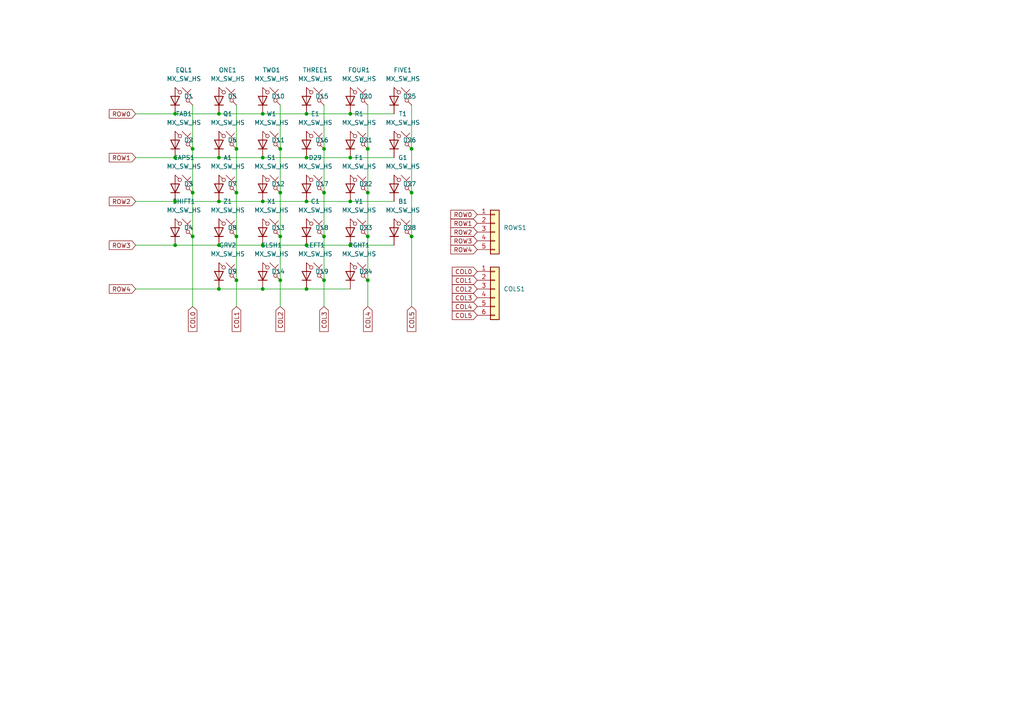
<source format=kicad_sch>
(kicad_sch (version 20231120) (generator "eeschema") (generator_version "8.0")
  (paper "A4")
  (lib_symbols
    (symbol "Connector_Generic:Conn_01x05" (pin_names (offset 1.016) hide)
      (property "Reference" "J" (at 0 7.62 0))
      (property "Value" "Conn_01x05" (at 0 -7.62 0))
      (symbol "Conn_01x05_1_1"
        (rectangle (start -1.27 -4.953) (end 0 -5.207) (stroke (width 0.1524)))
        (rectangle (start -1.27 -2.413) (end 0 -2.667) (stroke (width 0.1524)))
        (rectangle (start -1.27 0.127) (end 0 -0.127) (stroke (width 0.1524)))
        (rectangle (start -1.27 2.667) (end 0 2.413) (stroke (width 0.1524)))
        (rectangle (start -1.27 5.207) (end 0 4.953) (stroke (width 0.1524)))
        (rectangle (start -1.27 6.35) (end 1.27 -6.35) (stroke (width 0.254)) (fill (type background)))
        (pin passive line (at -5.08 5.08 0) (length 3.81) (name "Pin_1") (number "1"))
        (pin passive line (at -5.08 2.54 0) (length 3.81) (name "Pin_2") (number "2"))
        (pin passive line (at -5.08 0 0) (length 3.81) (name "Pin_3") (number "3"))
        (pin passive line (at -5.08 -2.54 0) (length 3.81) (name "Pin_4") (number "4"))
        (pin passive line (at -5.08 -5.08 0) (length 3.81) (name "Pin_5") (number "5"))
      )
    )
    (symbol "Connector_Generic:Conn_01x06" (pin_names (offset 1.016) hide)
      (property "Reference" "J" (at 0 7.62 0))
      (property "Value" "Conn_01x06" (at 0 -10.16 0))
      (symbol "Conn_01x06_1_1"
        (rectangle (start -1.27 -7.493) (end 0 -7.747) (stroke (width 0.1524)))
        (rectangle (start -1.27 -4.953) (end 0 -5.207) (stroke (width 0.1524)))
        (rectangle (start -1.27 -2.413) (end 0 -2.667) (stroke (width 0.1524)))
        (rectangle (start -1.27 0.127) (end 0 -0.127) (stroke (width 0.1524)))
        (rectangle (start -1.27 2.667) (end 0 2.413) (stroke (width 0.1524)))
        (rectangle (start -1.27 5.207) (end 0 4.953) (stroke (width 0.1524)))
        (rectangle (start -1.27 6.35) (end 1.27 -8.89) (stroke (width 0.254)) (fill (type background)))
        (pin passive line (at -5.08 5.08 0) (length 3.81) (name "Pin_1") (number "1"))
        (pin passive line (at -5.08 2.54 0) (length 3.81) (name "Pin_2") (number "2"))
        (pin passive line (at -5.08 0 0) (length 3.81) (name "Pin_3") (number "3"))
        (pin passive line (at -5.08 -2.54 0) (length 3.81) (name "Pin_4") (number "4"))
        (pin passive line (at -5.08 -5.08 0) (length 3.81) (name "Pin_5") (number "5"))
        (pin passive line (at -5.08 -7.62 0) (length 3.81) (name "Pin_6") (number "6"))
      )
    )
    (symbol "Diode:1N4148" (pin_numbers hide) (pin_names hide)
      (property "Reference" "D" (at 0 2.54 0))
      (property "Value" "1N4148" (at 0 -2.54 0))
      (symbol "1N4148_0_1"
        (polyline (pts (xy -1.27 1.27) (xy -1.27 -1.27)) (stroke (width 0.254)))
        (polyline (pts (xy 1.27 0) (xy -1.27 0)))
        (polyline (pts (xy 1.27 1.27) (xy 1.27 -1.27) (xy -1.27 0) (xy 1.27 1.27)) (stroke (width 0.254)))
      )
      (symbol "1N4148_1_1"
        (pin passive line (at -3.81 0 0) (length 2.54) (name "K") (number "1"))
        (pin passive line (at 3.81 0 180) (length 2.54) (name "A") (number "2"))
      )
    )
    (symbol "PCM_marbastlib-mx:MX_SW_HS_KS-2P02B01-01" (pin_numbers hide) (pin_names (offset 1.016) hide)
      (property "Reference" "MX" (at 3.048 1.016 0))
      (property "Value" "MX_SW_HS" (at 0 -3.81 0))
      (symbol "MX_SW_HS_KS-2P02B01-01_0_1"
        (circle (center -1.1684 1.1684) (radius 0.508))
        (polyline (pts (xy -0.508 2.54) (xy 2.54 -0.508)))
        (polyline (pts (xy 1.016 1.016) (xy 2.032 2.032)))
        (polyline (pts (xy -2.54 2.54) (xy -1.524 1.524) (xy -1.524 1.524)))
        (polyline (pts (xy 1.524 -1.524) (xy 2.54 -2.54) (xy 2.54 -2.54) (xy 2.54 -2.54)))
        (circle (center 1.143 -1.1938) (radius 0.508))
        (pin passive line (at -2.54 2.54 0) (length 0) (name "1") (number "1"))
        (pin passive line (at 2.54 -2.54 180) (length 0) (name "2") (number "2"))
      )
    )
  )
  (junction (at 93.98 55.88))
  (junction (at 76.2 45.72))
  (junction (at 63.5 58.42))
  (junction (at 81.28 55.88))
  (junction (at 63.5 83.82))
  (junction (at 63.5 71.12))
  (junction (at 76.2 83.82))
  (junction (at 101.6 33.02))
  (junction (at 106.68 55.88))
  (junction (at 68.58 43.18))
  (junction (at 81.28 81.28))
  (junction (at 93.98 43.18))
  (junction (at 55.88 68.58))
  (junction (at 93.98 68.58))
  (junction (at 50.8 33.02))
  (junction (at 63.5 45.72))
  (junction (at 81.28 68.58))
  (junction (at 55.88 43.18))
  (junction (at 88.9 45.72))
  (junction (at 76.2 71.12))
  (junction (at 68.58 68.58))
  (junction (at 63.5 33.02))
  (junction (at 50.8 58.42))
  (junction (at 93.98 81.28))
  (junction (at 68.58 81.28))
  (junction (at 119.38 55.88))
  (junction (at 76.2 33.02))
  (junction (at 101.6 71.12))
  (junction (at 88.9 71.12))
  (junction (at 101.6 45.72))
  (junction (at 88.9 83.82))
  (junction (at 55.88 55.88))
  (junction (at 88.9 58.42))
  (junction (at 106.68 43.18))
  (junction (at 101.6 58.42))
  (junction (at 81.28 43.18))
  (junction (at 106.68 68.58))
  (junction (at 106.68 81.28))
  (junction (at 50.8 45.72))
  (junction (at 68.58 55.88))
  (junction (at 88.9 33.02))
  (junction (at 50.8 71.12))
  (junction (at 119.38 68.58))
  (junction (at 76.2 58.42))
  (junction (at 119.38 43.18))
  (wire (pts (xy 93.98 43.18) (xy 93.98 55.88)))
  (wire (pts (xy 50.8 45.72) (xy 63.5 45.72)))
  (wire (pts (xy 106.68 55.88) (xy 106.68 68.58)))
  (wire (pts (xy 68.58 68.58) (xy 68.58 81.28)))
  (wire (pts (xy 39.37 33.02) (xy 50.8 33.02)))
  (wire (pts (xy 88.9 71.12) (xy 101.6 71.12)))
  (wire (pts (xy 101.6 45.72) (xy 114.3 45.72)))
  (wire (pts (xy 76.2 71.12) (xy 88.9 71.12)))
  (wire (pts (xy 93.98 81.28) (xy 93.98 88.9)))
  (wire (pts (xy 55.88 30.48) (xy 55.88 43.18)))
  (wire (pts (xy 55.88 68.58) (xy 55.88 88.9)))
  (wire (pts (xy 93.98 30.48) (xy 93.98 43.18)))
  (wire (pts (xy 39.37 45.72) (xy 50.8 45.72)))
  (wire (pts (xy 119.38 43.18) (xy 119.38 55.88)))
  (wire (pts (xy 88.9 33.02) (xy 101.6 33.02)))
  (wire (pts (xy 93.98 55.88) (xy 93.98 68.58)))
  (wire (pts (xy 88.9 83.82) (xy 101.6 83.82)))
  (wire (pts (xy 88.9 58.42) (xy 101.6 58.42)))
  (wire (pts (xy 81.28 68.58) (xy 81.28 81.28)))
  (wire (pts (xy 106.68 43.18) (xy 106.68 55.88)))
  (wire (pts (xy 63.5 83.82) (xy 76.2 83.82)))
  (wire (pts (xy 63.5 45.72) (xy 76.2 45.72)))
  (wire (pts (xy 106.68 68.58) (xy 106.68 81.28)))
  (wire (pts (xy 50.8 71.12) (xy 63.5 71.12)))
  (wire (pts (xy 101.6 58.42) (xy 114.3 58.42)))
  (wire (pts (xy 68.58 30.48) (xy 68.58 43.18)))
  (wire (pts (xy 68.58 81.28) (xy 68.58 88.9)))
  (wire (pts (xy 81.28 55.88) (xy 81.28 68.58)))
  (wire (pts (xy 119.38 55.88) (xy 119.38 68.58)))
  (wire (pts (xy 68.58 43.18) (xy 68.58 55.88)))
  (wire (pts (xy 50.8 33.02) (xy 63.5 33.02)))
  (wire (pts (xy 93.98 68.58) (xy 93.98 81.28)))
  (wire (pts (xy 63.5 58.42) (xy 76.2 58.42)))
  (wire (pts (xy 76.2 58.42) (xy 88.9 58.42)))
  (wire (pts (xy 106.68 30.48) (xy 106.68 43.18)))
  (wire (pts (xy 55.88 43.18) (xy 55.88 55.88)))
  (wire (pts (xy 50.8 58.42) (xy 63.5 58.42)))
  (wire (pts (xy 63.5 71.12) (xy 76.2 71.12)))
  (wire (pts (xy 55.88 55.88) (xy 55.88 68.58)))
  (wire (pts (xy 39.37 71.12) (xy 50.8 71.12)))
  (wire (pts (xy 39.37 58.42) (xy 50.8 58.42)))
  (wire (pts (xy 76.2 45.72) (xy 88.9 45.72)))
  (wire (pts (xy 76.2 33.02) (xy 88.9 33.02)))
  (wire (pts (xy 76.2 83.82) (xy 88.9 83.82)))
  (wire (pts (xy 101.6 71.12) (xy 114.3 71.12)))
  (wire (pts (xy 81.28 43.18) (xy 81.28 55.88)))
  (wire (pts (xy 68.58 55.88) (xy 68.58 68.58)))
  (wire (pts (xy 119.38 68.58) (xy 119.38 88.9)))
  (wire (pts (xy 81.28 30.48) (xy 81.28 43.18)))
  (wire (pts (xy 106.68 81.28) (xy 106.68 88.9)))
  (wire (pts (xy 101.6 33.02) (xy 114.3 33.02)))
  (wire (pts (xy 88.9 45.72) (xy 101.6 45.72)))
  (wire (pts (xy 63.5 33.02) (xy 76.2 33.02)))
  (wire (pts (xy 39.37 83.82) (xy 63.5 83.82)))
  (wire (pts (xy 119.38 30.48) (xy 119.38 43.18)))
  (wire (pts (xy 81.28 81.28) (xy 81.28 88.9)))
  (global_label "COL3" (shape input) (at 93.98 88.9 270) (property "Intersheetrefs" "${INTERSHEET_REFS}" (effects (hide yes))))
  (global_label "COL1" (shape input) (at 68.58 88.9 270) (property "Intersheetrefs" "${INTERSHEET_REFS}" (effects (hide yes))))
  (global_label "COL2" (shape input) (at 81.28 88.9 270) (property "Intersheetrefs" "${INTERSHEET_REFS}" (effects (hide yes))))
  (global_label "ROW2" (shape input) (at 138.43 67.31 180) (property "Intersheetrefs" "${INTERSHEET_REFS}" (effects (hide yes))))
  (global_label "ROW1" (shape input) (at 138.43 64.77 180) (property "Intersheetrefs" "${INTERSHEET_REFS}" (effects (hide yes))))
  (global_label "COL2" (shape input) (at 138.43 83.82 180) (property "Intersheetrefs" "${INTERSHEET_REFS}" (effects (hide yes))))
  (global_label "COL4" (shape input) (at 106.68 88.9 270) (property "Intersheetrefs" "${INTERSHEET_REFS}" (effects (hide yes))))
  (global_label "ROW4" (shape input) (at 39.37 83.82 180) (property "Intersheetrefs" "${INTERSHEET_REFS}" (effects (hide yes))))
  (global_label "ROW4" (shape input) (at 138.43 72.39 180) (property "Intersheetrefs" "${INTERSHEET_REFS}" (effects (hide yes))))
  (global_label "COL0" (shape input) (at 55.88 88.9 270) (property "Intersheetrefs" "${INTERSHEET_REFS}" (effects (hide yes))))
  (global_label "ROW3" (shape input) (at 138.43 69.85 180) (property "Intersheetrefs" "${INTERSHEET_REFS}" (effects (hide yes))))
  (global_label "COL5" (shape input) (at 119.38 88.9 270) (property "Intersheetrefs" "${INTERSHEET_REFS}" (effects (hide yes))))
  (global_label "COL1" (shape input) (at 138.43 81.28 180) (property "Intersheetrefs" "${INTERSHEET_REFS}" (effects (hide yes))))
  (global_label "COL0" (shape input) (at 138.43 78.74 180) (property "Intersheetrefs" "${INTERSHEET_REFS}" (effects (hide yes))))
  (global_label "ROW0" (shape input) (at 39.37 33.02 180) (property "Intersheetrefs" "${INTERSHEET_REFS}" (effects (hide yes))))
  (global_label "COL3" (shape input) (at 138.43 86.36 180) (property "Intersheetrefs" "${INTERSHEET_REFS}" (effects (hide yes))))
  (global_label "ROW2" (shape input) (at 39.37 58.42 180) (property "Intersheetrefs" "${INTERSHEET_REFS}" (effects (hide yes))))
  (global_label "ROW0" (shape input) (at 138.43 62.23 180) (property "Intersheetrefs" "${INTERSHEET_REFS}" (effects (hide yes))))
  (global_label "ROW1" (shape input) (at 39.37 45.72 180) (property "Intersheetrefs" "${INTERSHEET_REFS}" (effects (hide yes))))
  (global_label "COL5" (shape input) (at 138.43 91.44 180) (property "Intersheetrefs" "${INTERSHEET_REFS}" (effects (hide yes))))
  (global_label "ROW3" (shape input) (at 39.37 71.12 180) (property "Intersheetrefs" "${INTERSHEET_REFS}" (effects (hide yes))))
  (global_label "COL4" (shape input) (at 138.43 88.9 180) (property "Intersheetrefs" "${INTERSHEET_REFS}" (effects (hide yes))))
  (symbol (lib_id "PCM_marbastlib-mx:MX_SW_HS_KS-2P02B01-01") (at 78.74 78.74 0) (unit 1)
    (property "Reference" "SLSH1" (at 78.74 71.12 0))
    (property "Value" "MX_SW_HS" (at 78.74 73.66 0))
    (property "Footprint" "PCM_marbastlib-xp-mx:SW_MX_Reversible_1u" (effects (hide yes)))
    (property "Description" "Push button switch, normally open, two pins, 45° tilted, Gateron KS-2P02B01-01 for Cherry MX style switches" (effects (hide yes)))
  )
  (symbol (lib_id "PCM_marbastlib-mx:MX_SW_HS_KS-2P02B01-01") (at 104.14 78.74 0) (unit 1)
    (property "Reference" "RGHT1" (at 104.14 71.12 0))
    (property "Value" "MX_SW_HS" (at 104.14 73.66 0))
    (property "Footprint" "PCM_marbastlib-xp-mx:SW_MX_Reversible_1u" (effects (hide yes)))
    (property "Description" "Push button switch, normally open, two pins, 45° tilted, Gateron KS-2P02B01-01 for Cherry MX style switches" (effects (hide yes)))
  )
  (symbol (lib_id "Diode:1N4148") (at 76.2 80.01 90) (unit 1)
    (property "Reference" "D14" (at 78.74 78.7399 90) (effects (justify right)))
    (property "Value" "1N4148" (effects (hide yes)))
    (property "Footprint" "Diode_THT:D_DO-35_SOD27_P7.62mm_Horizontal" (effects (hide yes)))
    (property "Datasheet" "https://assets.nexperia.com/documents/data-sheet/1N4148_1N4448.pdf" (effects (hide yes)))
    (property "Description" "100V 0.15A standard switching diode, DO-35" (effects (hide yes)))
    (property "Sim.Device" "D" (effects (hide yes)))
    (property "Sim.Pins" "1=K 2=A" (effects (hide yes)))
  )
  (symbol (lib_id "PCM_marbastlib-mx:MX_SW_HS_KS-2P02B01-01") (at 66.04 66.04 0) (unit 1)
    (property "Reference" "Z1" (at 66.04 58.42 0))
    (property "Value" "MX_SW_HS" (at 66.04 60.96 0))
    (property "Footprint" "PCM_marbastlib-xp-mx:SW_MX_Reversible_1u" (effects (hide yes)))
    (property "Description" "Push button switch, normally open, two pins, 45° tilted, Gateron KS-2P02B01-01 for Cherry MX style switches" (effects (hide yes)))
  )
  (symbol (lib_id "Diode:1N4148") (at 88.9 29.21 90) (unit 1)
    (property "Reference" "D15" (at 91.44 27.9399 90) (effects (justify right)))
    (property "Value" "1N4148" (effects (hide yes)))
    (property "Footprint" "Diode_THT:D_DO-35_SOD27_P7.62mm_Horizontal" (effects (hide yes)))
    (property "Datasheet" "https://assets.nexperia.com/documents/data-sheet/1N4148_1N4448.pdf" (effects (hide yes)))
    (property "Description" "100V 0.15A standard switching diode, DO-35" (effects (hide yes)))
    (property "Sim.Device" "D" (effects (hide yes)))
    (property "Sim.Pins" "1=K 2=A" (effects (hide yes)))
  )
  (symbol (lib_id "PCM_marbastlib-mx:MX_SW_HS_KS-2P02B01-01") (at 91.44 27.94 0) (unit 1)
    (property "Reference" "THREE1" (at 91.44 20.32 0))
    (property "Value" "MX_SW_HS" (at 91.44 22.86 0))
    (property "Footprint" "PCM_marbastlib-xp-mx:SW_MX_Reversible_1u" (effects (hide yes)))
    (property "Description" "Push button switch, normally open, two pins, 45° tilted, Gateron KS-2P02B01-01 for Cherry MX style switches" (effects (hide yes)))
  )
  (symbol (lib_id "Diode:1N4148") (at 101.6 29.21 90) (unit 1)
    (property "Reference" "D20" (at 104.14 27.9399 90) (effects (justify right)))
    (property "Value" "1N4148" (effects (hide yes)))
    (property "Footprint" "Diode_THT:D_DO-35_SOD27_P7.62mm_Horizontal" (effects (hide yes)))
    (property "Datasheet" "https://assets.nexperia.com/documents/data-sheet/1N4148_1N4448.pdf" (effects (hide yes)))
    (property "Description" "100V 0.15A standard switching diode, DO-35" (effects (hide yes)))
    (property "Sim.Device" "D" (effects (hide yes)))
    (property "Sim.Pins" "1=K 2=A" (effects (hide yes)))
  )
  (symbol (lib_id "Diode:1N4148") (at 101.6 80.01 90) (unit 1)
    (property "Reference" "D24" (at 104.14 78.7399 90) (effects (justify right)))
    (property "Value" "1N4148" (effects (hide yes)))
    (property "Footprint" "Diode_THT:D_DO-35_SOD27_P7.62mm_Horizontal" (effects (hide yes)))
    (property "Datasheet" "https://assets.nexperia.com/documents/data-sheet/1N4148_1N4448.pdf" (effects (hide yes)))
    (property "Description" "100V 0.15A standard switching diode, DO-35" (effects (hide yes)))
    (property "Sim.Device" "D" (effects (hide yes)))
    (property "Sim.Pins" "1=K 2=A" (effects (hide yes)))
  )
  (symbol (lib_id "Diode:1N4148") (at 63.5 29.21 90) (unit 1)
    (property "Reference" "D5" (at 66.04 27.9399 90) (effects (justify right)))
    (property "Value" "1N4148" (effects (hide yes)))
    (property "Footprint" "Diode_THT:D_DO-35_SOD27_P7.62mm_Horizontal" (effects (hide yes)))
    (property "Datasheet" "https://assets.nexperia.com/documents/data-sheet/1N4148_1N4448.pdf" (effects (hide yes)))
    (property "Description" "100V 0.15A standard switching diode, DO-35" (effects (hide yes)))
    (property "Sim.Device" "D" (effects (hide yes)))
    (property "Sim.Pins" "1=K 2=A" (effects (hide yes)))
  )
  (symbol (lib_id "PCM_marbastlib-mx:MX_SW_HS_KS-2P02B01-01") (at 104.14 27.94 0) (unit 1)
    (property "Reference" "FOUR1" (at 104.14 20.32 0))
    (property "Value" "MX_SW_HS" (at 104.14 22.86 0))
    (property "Footprint" "PCM_marbastlib-xp-mx:SW_MX_Reversible_1u" (effects (hide yes)))
    (property "Description" "Push button switch, normally open, two pins, 45° tilted, Gateron KS-2P02B01-01 for Cherry MX style switches" (effects (hide yes)))
  )
  (symbol (lib_id "PCM_marbastlib-mx:MX_SW_HS_KS-2P02B01-01") (at 91.44 40.64 0) (unit 1)
    (property "Reference" "E1" (at 91.44 33.02 0))
    (property "Value" "MX_SW_HS" (at 91.44 35.56 0))
    (property "Footprint" "PCM_marbastlib-xp-mx:SW_MX_Reversible_1u" (effects (hide yes)))
    (property "Description" "Push button switch, normally open, two pins, 45° tilted, Gateron KS-2P02B01-01 for Cherry MX style switches" (effects (hide yes)))
  )
  (symbol (lib_id "Diode:1N4148") (at 114.3 41.91 90) (unit 1)
    (property "Reference" "D26" (at 116.84 40.6399 90) (effects (justify right)))
    (property "Value" "1N4148" (effects (hide yes)))
    (property "Footprint" "Diode_THT:D_DO-35_SOD27_P7.62mm_Horizontal" (effects (hide yes)))
    (property "Datasheet" "https://assets.nexperia.com/documents/data-sheet/1N4148_1N4448.pdf" (effects (hide yes)))
    (property "Description" "100V 0.15A standard switching diode, DO-35" (effects (hide yes)))
    (property "Sim.Device" "D" (effects (hide yes)))
    (property "Sim.Pins" "1=K 2=A" (effects (hide yes)))
  )
  (symbol (lib_id "PCM_marbastlib-mx:MX_SW_HS_KS-2P02B01-01") (at 53.34 66.04 0) (unit 1)
    (property "Reference" "SHIFT1" (at 53.34 58.42 0))
    (property "Value" "MX_SW_HS" (at 53.34 60.96 0))
    (property "Footprint" "PCM_marbastlib-xp-mx:SW_MX_Reversible_1u" (effects (hide yes)))
    (property "Description" "Push button switch, normally open, two pins, 45° tilted, Gateron KS-2P02B01-01 for Cherry MX style switches" (effects (hide yes)))
  )
  (symbol (lib_id "PCM_marbastlib-mx:MX_SW_HS_KS-2P02B01-01") (at 53.34 40.64 0) (unit 1)
    (property "Reference" "TAB1" (at 53.34 33.02 0))
    (property "Value" "MX_SW_HS" (at 53.34 35.56 0))
    (property "Footprint" "PCM_marbastlib-xp-mx:SW_MX_Reversible_1u" (effects (hide yes)))
    (property "Description" "Push button switch, normally open, two pins, 45° tilted, Gateron KS-2P02B01-01 for Cherry MX style switches" (effects (hide yes)))
  )
  (symbol (lib_id "PCM_marbastlib-mx:MX_SW_HS_KS-2P02B01-01") (at 78.74 40.64 0) (unit 1)
    (property "Reference" "W1" (at 78.74 33.02 0))
    (property "Value" "MX_SW_HS" (at 78.74 35.56 0))
    (property "Footprint" "PCM_marbastlib-xp-mx:SW_MX_Reversible_1u" (effects (hide yes)))
    (property "Description" "Push button switch, normally open, two pins, 45° tilted, Gateron KS-2P02B01-01 for Cherry MX style switches" (effects (hide yes)))
  )
  (symbol (lib_id "Diode:1N4148") (at 76.2 54.61 90) (unit 1)
    (property "Reference" "D12" (at 78.74 53.3399 90) (effects (justify right)))
    (property "Value" "1N4148" (effects (hide yes)))
    (property "Footprint" "Diode_THT:D_DO-35_SOD27_P7.62mm_Horizontal" (effects (hide yes)))
    (property "Datasheet" "https://assets.nexperia.com/documents/data-sheet/1N4148_1N4448.pdf" (effects (hide yes)))
    (property "Description" "100V 0.15A standard switching diode, DO-35" (effects (hide yes)))
    (property "Sim.Device" "D" (effects (hide yes)))
    (property "Sim.Pins" "1=K 2=A" (effects (hide yes)))
  )
  (symbol (lib_id "Diode:1N4148") (at 101.6 41.91 90) (unit 1)
    (property "Reference" "D21" (at 104.14 40.6399 90) (effects (justify right)))
    (property "Value" "1N4148" (effects (hide yes)))
    (property "Footprint" "Diode_THT:D_DO-35_SOD27_P7.62mm_Horizontal" (effects (hide yes)))
    (property "Datasheet" "https://assets.nexperia.com/documents/data-sheet/1N4148_1N4448.pdf" (effects (hide yes)))
    (property "Description" "100V 0.15A standard switching diode, DO-35" (effects (hide yes)))
    (property "Sim.Device" "D" (effects (hide yes)))
    (property "Sim.Pins" "1=K 2=A" (effects (hide yes)))
  )
  (symbol (lib_id "Connector_Generic:Conn_01x05") (at 143.51 67.31 0) (unit 1)
    (property "Reference" "ROWS1" (at 146.05 66.0399 0) (effects (justify left)))
    (property "Value" "Conn_01x05" (effects (hide yes)))
    (property "Footprint" "Connector_JST:JST_XH_B5B-XH-A_1x05_P2.50mm_Vertical" (effects (hide yes)))
    (property "Description" "Generic connector, single row, 01x05, script generated (kicad-library-utils/schlib/autogen/connector/)" (effects (hide yes)))
  )
  (symbol (lib_id "Diode:1N4148") (at 88.9 54.61 90) (unit 1)
    (property "Reference" "D17" (at 91.44 53.3399 90) (effects (justify right)))
    (property "Value" "1N4148" (effects (hide yes)))
    (property "Footprint" "Diode_THT:D_DO-35_SOD27_P7.62mm_Horizontal" (effects (hide yes)))
    (property "Datasheet" "https://assets.nexperia.com/documents/data-sheet/1N4148_1N4448.pdf" (effects (hide yes)))
    (property "Description" "100V 0.15A standard switching diode, DO-35" (effects (hide yes)))
    (property "Sim.Device" "D" (effects (hide yes)))
    (property "Sim.Pins" "1=K 2=A" (effects (hide yes)))
  )
  (symbol (lib_id "PCM_marbastlib-mx:MX_SW_HS_KS-2P02B01-01") (at 66.04 78.74 0) (unit 1)
    (property "Reference" "GRV2" (at 66.04 71.12 0))
    (property "Value" "MX_SW_HS" (at 66.04 73.66 0))
    (property "Footprint" "PCM_marbastlib-xp-mx:SW_MX_Reversible_1u" (effects (hide yes)))
    (property "Description" "Push button switch, normally open, two pins, 45° tilted, Gateron KS-2P02B01-01 for Cherry MX style switches" (effects (hide yes)))
  )
  (symbol (lib_id "PCM_marbastlib-mx:MX_SW_HS_KS-2P02B01-01") (at 66.04 40.64 0) (unit 1)
    (property "Reference" "Q1" (at 66.04 33.02 0))
    (property "Value" "MX_SW_HS" (at 66.04 35.56 0))
    (property "Footprint" "PCM_marbastlib-xp-mx:SW_MX_Reversible_1u" (effects (hide yes)))
    (property "Description" "Push button switch, normally open, two pins, 45° tilted, Gateron KS-2P02B01-01 for Cherry MX style switches" (effects (hide yes)))
  )
  (symbol (lib_id "Diode:1N4148") (at 63.5 80.01 90) (unit 1)
    (property "Reference" "D9" (at 66.04 78.7399 90) (effects (justify right)))
    (property "Value" "1N4148" (effects (hide yes)))
    (property "Footprint" "Diode_THT:D_DO-35_SOD27_P7.62mm_Horizontal" (effects (hide yes)))
    (property "Datasheet" "https://assets.nexperia.com/documents/data-sheet/1N4148_1N4448.pdf" (effects (hide yes)))
    (property "Description" "100V 0.15A standard switching diode, DO-35" (effects (hide yes)))
    (property "Sim.Device" "D" (effects (hide yes)))
    (property "Sim.Pins" "1=K 2=A" (effects (hide yes)))
  )
  (symbol (lib_id "PCM_marbastlib-mx:MX_SW_HS_KS-2P02B01-01") (at 53.34 53.34 0) (unit 1)
    (property "Reference" "CAPS1" (at 53.34 45.72 0))
    (property "Value" "MX_SW_HS" (at 53.34 48.26 0))
    (property "Footprint" "PCM_marbastlib-xp-mx:SW_MX_Reversible_1u" (effects (hide yes)))
    (property "Description" "Push button switch, normally open, two pins, 45° tilted, Gateron KS-2P02B01-01 for Cherry MX style switches" (effects (hide yes)))
  )
  (symbol (lib_id "Connector_Generic:Conn_01x06") (at 143.51 83.82 0) (unit 1)
    (property "Reference" "COLS1" (at 146.05 83.8199 0) (effects (justify left)))
    (property "Value" "Conn_01x06" (effects (hide yes)))
    (property "Footprint" "Connector_JST:JST_XH_B6B-XH-A_1x06_P2.50mm_Vertical" (effects (hide yes)))
    (property "Description" "Generic connector, single row, 01x06, script generated (kicad-library-utils/schlib/autogen/connector/)" (effects (hide yes)))
  )
  (symbol (lib_id "Diode:1N4148") (at 88.9 80.01 90) (unit 1)
    (property "Reference" "D19" (at 91.44 78.7399 90) (effects (justify right)))
    (property "Value" "1N4148" (effects (hide yes)))
    (property "Footprint" "Diode_THT:D_DO-35_SOD27_P7.62mm_Horizontal" (effects (hide yes)))
    (property "Datasheet" "https://assets.nexperia.com/documents/data-sheet/1N4148_1N4448.pdf" (effects (hide yes)))
    (property "Description" "100V 0.15A standard switching diode, DO-35" (effects (hide yes)))
    (property "Sim.Device" "D" (effects (hide yes)))
    (property "Sim.Pins" "1=K 2=A" (effects (hide yes)))
  )
  (symbol (lib_id "Diode:1N4148") (at 50.8 29.21 90) (unit 1)
    (property "Reference" "D1" (at 53.34 27.9399 90) (effects (justify right)))
    (property "Value" "1N4148" (effects (hide yes)))
    (property "Footprint" "Diode_THT:D_DO-35_SOD27_P7.62mm_Horizontal" (effects (hide yes)))
    (property "Datasheet" "https://assets.nexperia.com/documents/data-sheet/1N4148_1N4448.pdf" (effects (hide yes)))
    (property "Description" "100V 0.15A standard switching diode, DO-35" (effects (hide yes)))
    (property "Sim.Device" "D" (effects (hide yes)))
    (property "Sim.Pins" "1=K 2=A" (effects (hide yes)))
  )
  (symbol (lib_id "PCM_marbastlib-mx:MX_SW_HS_KS-2P02B01-01") (at 116.84 27.94 0) (unit 1)
    (property "Reference" "FIVE1" (at 116.84 20.32 0))
    (property "Value" "MX_SW_HS" (at 116.84 22.86 0))
    (property "Footprint" "PCM_marbastlib-xp-mx:SW_MX_Reversible_1u" (effects (hide yes)))
    (property "Description" "Push button switch, normally open, two pins, 45° tilted, Gateron KS-2P02B01-01 for Cherry MX style switches" (effects (hide yes)))
  )
  (symbol (lib_id "PCM_marbastlib-mx:MX_SW_HS_KS-2P02B01-01") (at 104.14 53.34 0) (unit 1)
    (property "Reference" "F1" (at 104.14 45.72 0))
    (property "Value" "MX_SW_HS" (at 104.14 48.26 0))
    (property "Footprint" "PCM_marbastlib-xp-mx:SW_MX_Reversible_1u" (effects (hide yes)))
    (property "Description" "Push button switch, normally open, two pins, 45° tilted, Gateron KS-2P02B01-01 for Cherry MX style switches" (effects (hide yes)))
  )
  (symbol (lib_id "Diode:1N4148") (at 114.3 67.31 90) (unit 1)
    (property "Reference" "D28" (at 116.84 66.0399 90) (effects (justify right)))
    (property "Value" "1N4148" (effects (hide yes)))
    (property "Footprint" "Diode_THT:D_DO-35_SOD27_P7.62mm_Horizontal" (effects (hide yes)))
    (property "Datasheet" "https://assets.nexperia.com/documents/data-sheet/1N4148_1N4448.pdf" (effects (hide yes)))
    (property "Description" "100V 0.15A standard switching diode, DO-35" (effects (hide yes)))
    (property "Sim.Device" "D" (effects (hide yes)))
    (property "Sim.Pins" "1=K 2=A" (effects (hide yes)))
  )
  (symbol (lib_id "PCM_marbastlib-mx:MX_SW_HS_KS-2P02B01-01") (at 91.44 53.34 0) (unit 1)
    (property "Reference" "D29" (at 91.44 45.72 0))
    (property "Value" "MX_SW_HS" (at 91.44 48.26 0))
    (property "Footprint" "PCM_marbastlib-xp-mx:SW_MX_Reversible_1u" (effects (hide yes)))
    (property "Description" "Push button switch, normally open, two pins, 45° tilted, Gateron KS-2P02B01-01 for Cherry MX style switches" (effects (hide yes)))
  )
  (symbol (lib_id "Diode:1N4148") (at 63.5 54.61 90) (unit 1)
    (property "Reference" "D7" (at 66.04 53.3399 90) (effects (justify right)))
    (property "Value" "1N4148" (effects (hide yes)))
    (property "Footprint" "Diode_THT:D_DO-35_SOD27_P7.62mm_Horizontal" (effects (hide yes)))
    (property "Datasheet" "https://assets.nexperia.com/documents/data-sheet/1N4148_1N4448.pdf" (effects (hide yes)))
    (property "Description" "100V 0.15A standard switching diode, DO-35" (effects (hide yes)))
    (property "Sim.Device" "D" (effects (hide yes)))
    (property "Sim.Pins" "1=K 2=A" (effects (hide yes)))
  )
  (symbol (lib_id "PCM_marbastlib-mx:MX_SW_HS_KS-2P02B01-01") (at 91.44 66.04 0) (unit 1)
    (property "Reference" "C1" (at 91.44 58.42 0))
    (property "Value" "MX_SW_HS" (at 91.44 60.96 0))
    (property "Footprint" "PCM_marbastlib-xp-mx:SW_MX_Reversible_1u" (effects (hide yes)))
    (property "Description" "Push button switch, normally open, two pins, 45° tilted, Gateron KS-2P02B01-01 for Cherry MX style switches" (effects (hide yes)))
  )
  (symbol (lib_id "Diode:1N4148") (at 76.2 29.21 90) (unit 1)
    (property "Reference" "D10" (at 78.74 27.9399 90) (effects (justify right)))
    (property "Value" "1N4148" (effects (hide yes)))
    (property "Footprint" "Diode_THT:D_DO-35_SOD27_P7.62mm_Horizontal" (effects (hide yes)))
    (property "Datasheet" "https://assets.nexperia.com/documents/data-sheet/1N4148_1N4448.pdf" (effects (hide yes)))
    (property "Description" "100V 0.15A standard switching diode, DO-35" (effects (hide yes)))
    (property "Sim.Device" "D" (effects (hide yes)))
    (property "Sim.Pins" "1=K 2=A" (effects (hide yes)))
  )
  (symbol (lib_id "PCM_marbastlib-mx:MX_SW_HS_KS-2P02B01-01") (at 116.84 53.34 0) (unit 1)
    (property "Reference" "G1" (at 116.84 45.72 0))
    (property "Value" "MX_SW_HS" (at 116.84 48.26 0))
    (property "Footprint" "PCM_marbastlib-xp-mx:SW_MX_Reversible_1u" (effects (hide yes)))
    (property "Description" "Push button switch, normally open, two pins, 45° tilted, Gateron KS-2P02B01-01 for Cherry MX style switches" (effects (hide yes)))
  )
  (symbol (lib_id "Diode:1N4148") (at 63.5 41.91 90) (unit 1)
    (property "Reference" "D6" (at 66.04 40.6399 90) (effects (justify right)))
    (property "Value" "1N4148" (effects (hide yes)))
    (property "Footprint" "Diode_THT:D_DO-35_SOD27_P7.62mm_Horizontal" (effects (hide yes)))
    (property "Datasheet" "https://assets.nexperia.com/documents/data-sheet/1N4148_1N4448.pdf" (effects (hide yes)))
    (property "Description" "100V 0.15A standard switching diode, DO-35" (effects (hide yes)))
    (property "Sim.Device" "D" (effects (hide yes)))
    (property "Sim.Pins" "1=K 2=A" (effects (hide yes)))
  )
  (symbol (lib_id "PCM_marbastlib-mx:MX_SW_HS_KS-2P02B01-01") (at 53.34 27.94 0) (unit 1)
    (property "Reference" "EQL1" (at 53.34 20.32 0))
    (property "Value" "MX_SW_HS" (at 53.34 22.86 0))
    (property "Footprint" "PCM_marbastlib-xp-mx:SW_MX_Reversible_1u" (effects (hide yes)))
    (property "Description" "Push button switch, normally open, two pins, 45° tilted, Gateron KS-2P02B01-01 for Cherry MX style switches" (effects (hide yes)))
  )
  (symbol (lib_id "Diode:1N4148") (at 50.8 41.91 90) (unit 1)
    (property "Reference" "D2" (at 53.34 40.6399 90) (effects (justify right)))
    (property "Value" "1N4148" (effects (hide yes)))
    (property "Footprint" "Diode_THT:D_DO-35_SOD27_P7.62mm_Horizontal" (effects (hide yes)))
    (property "Datasheet" "https://assets.nexperia.com/documents/data-sheet/1N4148_1N4448.pdf" (effects (hide yes)))
    (property "Description" "100V 0.15A standard switching diode, DO-35" (effects (hide yes)))
    (property "Sim.Device" "D" (effects (hide yes)))
    (property "Sim.Pins" "1=K 2=A" (effects (hide yes)))
  )
  (symbol (lib_id "Diode:1N4148") (at 50.8 54.61 90) (unit 1)
    (property "Reference" "D3" (at 53.34 53.3399 90) (effects (justify right)))
    (property "Value" "1N4148" (effects (hide yes)))
    (property "Footprint" "Diode_THT:D_DO-35_SOD27_P7.62mm_Horizontal" (effects (hide yes)))
    (property "Datasheet" "https://assets.nexperia.com/documents/data-sheet/1N4148_1N4448.pdf" (effects (hide yes)))
    (property "Description" "100V 0.15A standard switching diode, DO-35" (effects (hide yes)))
    (property "Sim.Device" "D" (effects (hide yes)))
    (property "Sim.Pins" "1=K 2=A" (effects (hide yes)))
  )
  (symbol (lib_id "PCM_marbastlib-mx:MX_SW_HS_KS-2P02B01-01") (at 66.04 27.94 0) (unit 1)
    (property "Reference" "ONE1" (at 66.04 20.32 0))
    (property "Value" "MX_SW_HS" (at 66.04 22.86 0))
    (property "Footprint" "PCM_marbastlib-xp-mx:SW_MX_Reversible_1u" (effects (hide yes)))
    (property "Description" "Push button switch, normally open, two pins, 45° tilted, Gateron KS-2P02B01-01 for Cherry MX style switches" (effects (hide yes)))
  )
  (symbol (lib_id "Diode:1N4148") (at 88.9 67.31 90) (unit 1)
    (property "Reference" "D18" (at 91.44 66.0399 90) (effects (justify right)))
    (property "Value" "1N4148" (effects (hide yes)))
    (property "Footprint" "Diode_THT:D_DO-35_SOD27_P7.62mm_Horizontal" (effects (hide yes)))
    (property "Datasheet" "https://assets.nexperia.com/documents/data-sheet/1N4148_1N4448.pdf" (effects (hide yes)))
    (property "Description" "100V 0.15A standard switching diode, DO-35" (effects (hide yes)))
    (property "Sim.Device" "D" (effects (hide yes)))
    (property "Sim.Pins" "1=K 2=A" (effects (hide yes)))
  )
  (symbol (lib_id "Diode:1N4148") (at 101.6 67.31 90) (unit 1)
    (property "Reference" "D23" (at 104.14 66.0399 90) (effects (justify right)))
    (property "Value" "1N4148" (effects (hide yes)))
    (property "Footprint" "Diode_THT:D_DO-35_SOD27_P7.62mm_Horizontal" (effects (hide yes)))
    (property "Datasheet" "https://assets.nexperia.com/documents/data-sheet/1N4148_1N4448.pdf" (effects (hide yes)))
    (property "Description" "100V 0.15A standard switching diode, DO-35" (effects (hide yes)))
    (property "Sim.Device" "D" (effects (hide yes)))
    (property "Sim.Pins" "1=K 2=A" (effects (hide yes)))
  )
  (symbol (lib_id "Diode:1N4148") (at 63.5 67.31 90) (unit 1)
    (property "Reference" "D8" (at 66.04 66.0399 90) (effects (justify right)))
    (property "Value" "1N4148" (effects (hide yes)))
    (property "Footprint" "Diode_THT:D_DO-35_SOD27_P7.62mm_Horizontal" (effects (hide yes)))
    (property "Datasheet" "https://assets.nexperia.com/documents/data-sheet/1N4148_1N4448.pdf" (effects (hide yes)))
    (property "Description" "100V 0.15A standard switching diode, DO-35" (effects (hide yes)))
    (property "Sim.Device" "D" (effects (hide yes)))
    (property "Sim.Pins" "1=K 2=A" (effects (hide yes)))
  )
  (symbol (lib_id "PCM_marbastlib-mx:MX_SW_HS_KS-2P02B01-01") (at 78.74 66.04 0) (unit 1)
    (property "Reference" "X1" (at 78.74 58.42 0))
    (property "Value" "MX_SW_HS" (at 78.74 60.96 0))
    (property "Footprint" "PCM_marbastlib-xp-mx:SW_MX_Reversible_1u" (effects (hide yes)))
    (property "Description" "Push button switch, normally open, two pins, 45° tilted, Gateron KS-2P02B01-01 for Cherry MX style switches" (effects (hide yes)))
  )
  (symbol (lib_id "PCM_marbastlib-mx:MX_SW_HS_KS-2P02B01-01") (at 104.14 40.64 0) (unit 1)
    (property "Reference" "R1" (at 104.14 33.02 0))
    (property "Value" "MX_SW_HS" (at 104.14 35.56 0))
    (property "Footprint" "PCM_marbastlib-xp-mx:SW_MX_Reversible_1u" (effects (hide yes)))
    (property "Description" "Push button switch, normally open, two pins, 45° tilted, Gateron KS-2P02B01-01 for Cherry MX style switches" (effects (hide yes)))
  )
  (symbol (lib_id "Diode:1N4148") (at 114.3 54.61 90) (unit 1)
    (property "Reference" "D27" (at 116.84 53.3399 90) (effects (justify right)))
    (property "Value" "1N4148" (effects (hide yes)))
    (property "Footprint" "Diode_THT:D_DO-35_SOD27_P7.62mm_Horizontal" (effects (hide yes)))
    (property "Datasheet" "https://assets.nexperia.com/documents/data-sheet/1N4148_1N4448.pdf" (effects (hide yes)))
    (property "Description" "100V 0.15A standard switching diode, DO-35" (effects (hide yes)))
    (property "Sim.Device" "D" (effects (hide yes)))
    (property "Sim.Pins" "1=K 2=A" (effects (hide yes)))
  )
  (symbol (lib_id "PCM_marbastlib-mx:MX_SW_HS_KS-2P02B01-01") (at 116.84 66.04 0) (unit 1)
    (property "Reference" "B1" (at 116.84 58.42 0))
    (property "Value" "MX_SW_HS" (at 116.84 60.96 0))
    (property "Footprint" "PCM_marbastlib-xp-mx:SW_MX_Reversible_1u" (effects (hide yes)))
    (property "Description" "Push button switch, normally open, two pins, 45° tilted, Gateron KS-2P02B01-01 for Cherry MX style switches" (effects (hide yes)))
  )
  (symbol (lib_id "Diode:1N4148") (at 101.6 54.61 90) (unit 1)
    (property "Reference" "D22" (at 104.14 53.3399 90) (effects (justify right)))
    (property "Value" "1N4148" (effects (hide yes)))
    (property "Footprint" "Diode_THT:D_DO-35_SOD27_P7.62mm_Horizontal" (effects (hide yes)))
    (property "Datasheet" "https://assets.nexperia.com/documents/data-sheet/1N4148_1N4448.pdf" (effects (hide yes)))
    (property "Description" "100V 0.15A standard switching diode, DO-35" (effects (hide yes)))
    (property "Sim.Device" "D" (effects (hide yes)))
    (property "Sim.Pins" "1=K 2=A" (effects (hide yes)))
  )
  (symbol (lib_id "Diode:1N4148") (at 114.3 29.21 90) (unit 1)
    (property "Reference" "D25" (at 116.84 27.9399 90) (effects (justify right)))
    (property "Value" "1N4148" (effects (hide yes)))
    (property "Footprint" "Diode_THT:D_DO-35_SOD27_P7.62mm_Horizontal" (effects (hide yes)))
    (property "Datasheet" "https://assets.nexperia.com/documents/data-sheet/1N4148_1N4448.pdf" (effects (hide yes)))
    (property "Description" "100V 0.15A standard switching diode, DO-35" (effects (hide yes)))
    (property "Sim.Device" "D" (effects (hide yes)))
    (property "Sim.Pins" "1=K 2=A" (effects (hide yes)))
  )
  (symbol (lib_id "PCM_marbastlib-mx:MX_SW_HS_KS-2P02B01-01") (at 78.74 53.34 0) (unit 1)
    (property "Reference" "S1" (at 78.74 45.72 0))
    (property "Value" "MX_SW_HS" (at 78.74 48.26 0))
    (property "Footprint" "PCM_marbastlib-xp-mx:SW_MX_Reversible_1u" (effects (hide yes)))
    (property "Description" "Push button switch, normally open, two pins, 45° tilted, Gateron KS-2P02B01-01 for Cherry MX style switches" (effects (hide yes)))
  )
  (symbol (lib_id "Diode:1N4148") (at 50.8 67.31 90) (unit 1)
    (property "Reference" "D4" (at 53.34 66.0399 90) (effects (justify right)))
    (property "Value" "1N4148" (effects (hide yes)))
    (property "Footprint" "Diode_THT:D_DO-35_SOD27_P7.62mm_Horizontal" (effects (hide yes)))
    (property "Datasheet" "https://assets.nexperia.com/documents/data-sheet/1N4148_1N4448.pdf" (effects (hide yes)))
    (property "Description" "100V 0.15A standard switching diode, DO-35" (effects (hide yes)))
    (property "Sim.Device" "D" (effects (hide yes)))
    (property "Sim.Pins" "1=K 2=A" (effects (hide yes)))
  )
  (symbol (lib_id "Diode:1N4148") (at 76.2 67.31 90) (unit 1)
    (property "Reference" "D13" (at 78.74 66.0399 90) (effects (justify right)))
    (property "Value" "1N4148" (effects (hide yes)))
    (property "Footprint" "Diode_THT:D_DO-35_SOD27_P7.62mm_Horizontal" (effects (hide yes)))
    (property "Datasheet" "https://assets.nexperia.com/documents/data-sheet/1N4148_1N4448.pdf" (effects (hide yes)))
    (property "Description" "100V 0.15A standard switching diode, DO-35" (effects (hide yes)))
    (property "Sim.Device" "D" (effects (hide yes)))
    (property "Sim.Pins" "1=K 2=A" (effects (hide yes)))
  )
  (symbol (lib_id "Diode:1N4148") (at 88.9 41.91 90) (unit 1)
    (property "Reference" "D16" (at 91.44 40.6399 90) (effects (justify right)))
    (property "Value" "1N4148" (effects (hide yes)))
    (property "Footprint" "Diode_THT:D_DO-35_SOD27_P7.62mm_Horizontal" (effects (hide yes)))
    (property "Datasheet" "https://assets.nexperia.com/documents/data-sheet/1N4148_1N4448.pdf" (effects (hide yes)))
    (property "Description" "100V 0.15A standard switching diode, DO-35" (effects (hide yes)))
    (property "Sim.Device" "D" (effects (hide yes)))
    (property "Sim.Pins" "1=K 2=A" (effects (hide yes)))
  )
  (symbol (lib_id "Diode:1N4148") (at 76.2 41.91 90) (unit 1)
    (property "Reference" "D11" (at 78.74 40.6399 90) (effects (justify right)))
    (property "Value" "1N4148" (effects (hide yes)))
    (property "Footprint" "Diode_THT:D_DO-35_SOD27_P7.62mm_Horizontal" (effects (hide yes)))
    (property "Datasheet" "https://assets.nexperia.com/documents/data-sheet/1N4148_1N4448.pdf" (effects (hide yes)))
    (property "Description" "100V 0.15A standard switching diode, DO-35" (effects (hide yes)))
    (property "Sim.Device" "D" (effects (hide yes)))
    (property "Sim.Pins" "1=K 2=A" (effects (hide yes)))
  )
  (symbol (lib_id "PCM_marbastlib-mx:MX_SW_HS_KS-2P02B01-01") (at 91.44 78.74 0) (unit 1)
    (property "Reference" "LEFT1" (at 91.44 71.12 0))
    (property "Value" "MX_SW_HS" (at 91.44 73.66 0))
    (property "Footprint" "PCM_marbastlib-xp-mx:SW_MX_Reversible_1u" (effects (hide yes)))
    (property "Description" "Push button switch, normally open, two pins, 45° tilted, Gateron KS-2P02B01-01 for Cherry MX style switches" (effects (hide yes)))
  )
  (symbol (lib_id "PCM_marbastlib-mx:MX_SW_HS_KS-2P02B01-01") (at 66.04 53.34 0) (unit 1)
    (property "Reference" "A1" (at 66.04 45.72 0))
    (property "Value" "MX_SW_HS" (at 66.04 48.26 0))
    (property "Footprint" "PCM_marbastlib-xp-mx:SW_MX_Reversible_1u" (effects (hide yes)))
    (property "Description" "Push button switch, normally open, two pins, 45° tilted, Gateron KS-2P02B01-01 for Cherry MX style switches" (effects (hide yes)))
  )
  (symbol (lib_id "PCM_marbastlib-mx:MX_SW_HS_KS-2P02B01-01") (at 78.74 27.94 0) (unit 1)
    (property "Reference" "TWO1" (at 78.74 20.32 0))
    (property "Value" "MX_SW_HS" (at 78.74 22.86 0))
    (property "Footprint" "PCM_marbastlib-xp-mx:SW_MX_Reversible_1u" (effects (hide yes)))
    (property "Description" "Push button switch, normally open, two pins, 45° tilted, Gateron KS-2P02B01-01 for Cherry MX style switches" (effects (hide yes)))
  )
  (symbol (lib_id "PCM_marbastlib-mx:MX_SW_HS_KS-2P02B01-01") (at 116.84 40.64 0) (unit 1)
    (property "Reference" "T1" (at 116.84 33.02 0))
    (property "Value" "MX_SW_HS" (at 116.84 35.56 0))
    (property "Footprint" "PCM_marbastlib-xp-mx:SW_MX_Reversible_1u" (effects (hide yes)))
    (property "Description" "Push button switch, normally open, two pins, 45° tilted, Gateron KS-2P02B01-01 for Cherry MX style switches" (effects (hide yes)))
  )
  (symbol (lib_id "PCM_marbastlib-mx:MX_SW_HS_KS-2P02B01-01") (at 104.14 66.04 0) (unit 1)
    (property "Reference" "V1" (at 104.14 58.42 0))
    (property "Value" "MX_SW_HS" (at 104.14 60.96 0))
    (property "Footprint" "PCM_marbastlib-xp-mx:SW_MX_Reversible_1u" (effects (hide yes)))
    (property "Description" "Push button switch, normally open, two pins, 45° tilted, Gateron KS-2P02B01-01 for Cherry MX style switches" (effects (hide yes)))
  )
)
</source>
